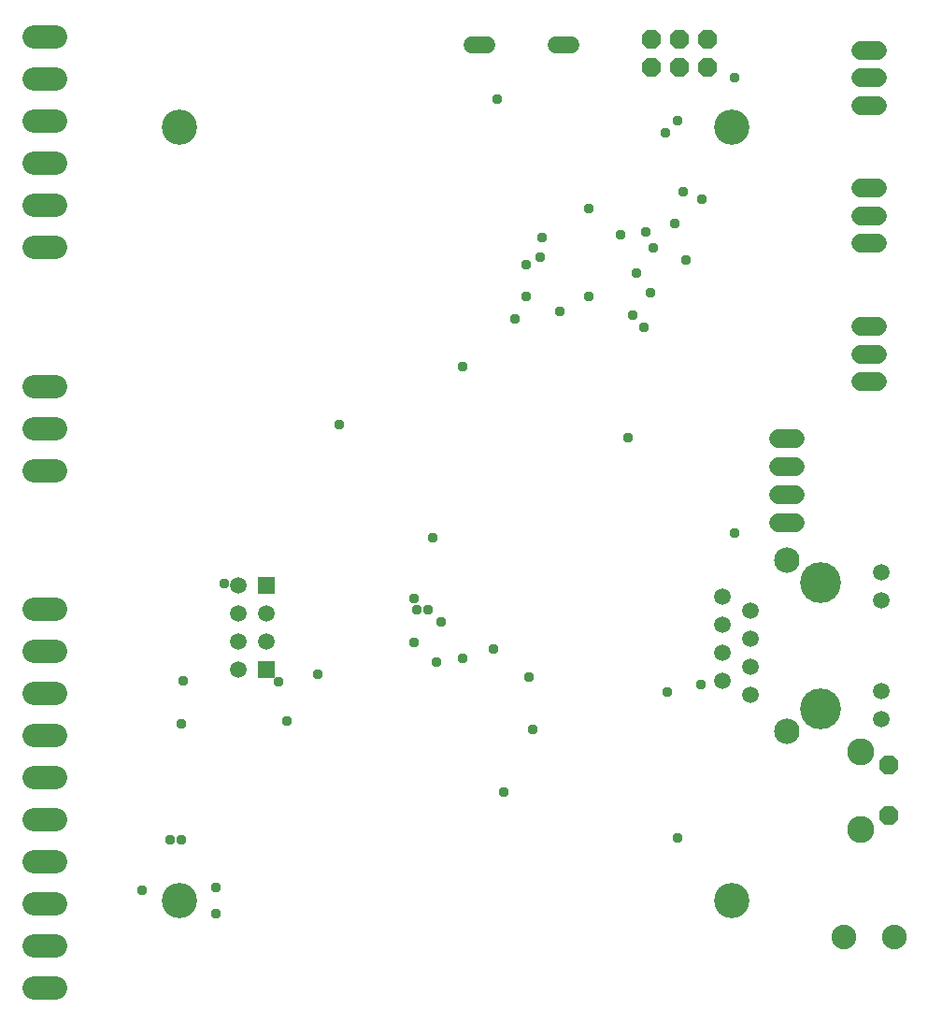
<source format=gbr>
G04 EAGLE Gerber RS-274X export*
G75*
%MOMM*%
%FSLAX34Y34*%
%LPD*%
%INSoldermask Bottom*%
%IPPOS*%
%AMOC8*
5,1,8,0,0,1.08239X$1,22.5*%
G01*
%ADD10C,3.203200*%
%ADD11C,2.235200*%
%ADD12R,1.511200X1.511200*%
%ADD13C,1.511200*%
%ADD14C,2.303200*%
%ADD15C,3.703200*%
%ADD16C,1.727200*%
%ADD17P,1.869504X8X112.500000*%
%ADD18C,2.451100*%
%ADD19P,1.852186X8X22.500000*%
%ADD20C,1.524000*%
%ADD21C,2.108200*%
%ADD22C,0.959600*%


D10*
X172500Y832500D03*
X672500Y832500D03*
X172500Y132500D03*
X672500Y132500D03*
D11*
X820000Y100000D03*
X774280Y100000D03*
D12*
X251125Y418250D03*
X251125Y342050D03*
D13*
X251125Y392850D03*
X251125Y367450D03*
X225725Y367450D03*
X225725Y392850D03*
X225725Y418250D03*
X225725Y342050D03*
D14*
X722700Y285750D03*
X722700Y440650D03*
D13*
X808400Y429450D03*
X808400Y404050D03*
X808400Y322350D03*
X808400Y296950D03*
X664300Y407600D03*
X664300Y382200D03*
X664300Y356800D03*
X664300Y331400D03*
X689700Y395000D03*
X689700Y369600D03*
X689700Y344200D03*
X689700Y318800D03*
D15*
X753000Y306200D03*
X753000Y420200D03*
D16*
X730120Y550600D02*
X714880Y550600D01*
X714880Y525200D02*
X730120Y525200D01*
X730120Y499800D02*
X714880Y499800D01*
X714880Y474400D02*
X730120Y474400D01*
D17*
X814946Y209894D03*
X814946Y255106D03*
D18*
X790054Y197448D03*
X790054Y267552D03*
D16*
X789880Y652500D02*
X805120Y652500D01*
X805120Y627500D02*
X789880Y627500D01*
X789880Y602500D02*
X805120Y602500D01*
X805120Y777500D02*
X789880Y777500D01*
X789880Y752500D02*
X805120Y752500D01*
X805120Y727500D02*
X789880Y727500D01*
X789880Y902500D02*
X805120Y902500D01*
X805120Y877500D02*
X789880Y877500D01*
X789880Y852500D02*
X805120Y852500D01*
D19*
X599600Y887300D03*
X599600Y912700D03*
X625000Y887300D03*
X625000Y912700D03*
X650400Y887300D03*
X650400Y912700D03*
D20*
X527204Y907500D02*
X513996Y907500D01*
X451004Y907500D02*
X437796Y907500D01*
D21*
X59525Y396450D02*
X40475Y396450D01*
X40475Y358350D02*
X59525Y358350D01*
X59525Y320250D02*
X40475Y320250D01*
X40475Y282150D02*
X59525Y282150D01*
X59525Y244050D02*
X40475Y244050D01*
X40475Y205950D02*
X59525Y205950D01*
X59525Y167850D02*
X40475Y167850D01*
X40475Y129750D02*
X59525Y129750D01*
X59525Y91650D02*
X40475Y91650D01*
X40475Y53550D02*
X59525Y53550D01*
X59525Y915250D02*
X40475Y915250D01*
X40475Y877150D02*
X59525Y877150D01*
X59525Y839050D02*
X40475Y839050D01*
X40475Y800950D02*
X59525Y800950D01*
X59525Y762850D02*
X40475Y762850D01*
X40475Y724750D02*
X59525Y724750D01*
X59525Y598100D02*
X40475Y598100D01*
X40475Y560000D02*
X59525Y560000D01*
X59525Y521900D02*
X40475Y521900D01*
D22*
X269412Y294925D03*
X466369Y230633D03*
X492902Y287781D03*
X262269Y330642D03*
X623526Y838851D03*
X397995Y395954D03*
X628628Y774560D03*
X501066Y732719D03*
X174506Y292884D03*
X582706Y662305D03*
X384729Y406159D03*
X592911Y652100D03*
X402077Y461266D03*
X599034Y682715D03*
X297986Y337786D03*
X631690Y712309D03*
X428610Y616382D03*
X409221Y384729D03*
X612300Y827626D03*
X387790Y395954D03*
X621485Y745986D03*
X645977Y767416D03*
X384729Y366360D03*
X594952Y737822D03*
X460246Y858241D03*
X517394Y666387D03*
X164301Y187772D03*
X457184Y360237D03*
X428610Y352073D03*
X623526Y189813D03*
X675571Y465348D03*
X488820Y334724D03*
X614341Y321458D03*
X405139Y349011D03*
X644956Y328601D03*
X586788Y701084D03*
X578624Y552091D03*
X138788Y141850D03*
X205121Y144911D03*
X213285Y419426D03*
X486779Y679653D03*
X542906Y679653D03*
X174506Y187772D03*
X675571Y877630D03*
X542906Y759252D03*
X499025Y715371D03*
X476574Y659243D03*
X205121Y120419D03*
X572501Y735781D03*
X317376Y563316D03*
X602095Y723535D03*
X486779Y708227D03*
X175526Y331663D03*
M02*

</source>
